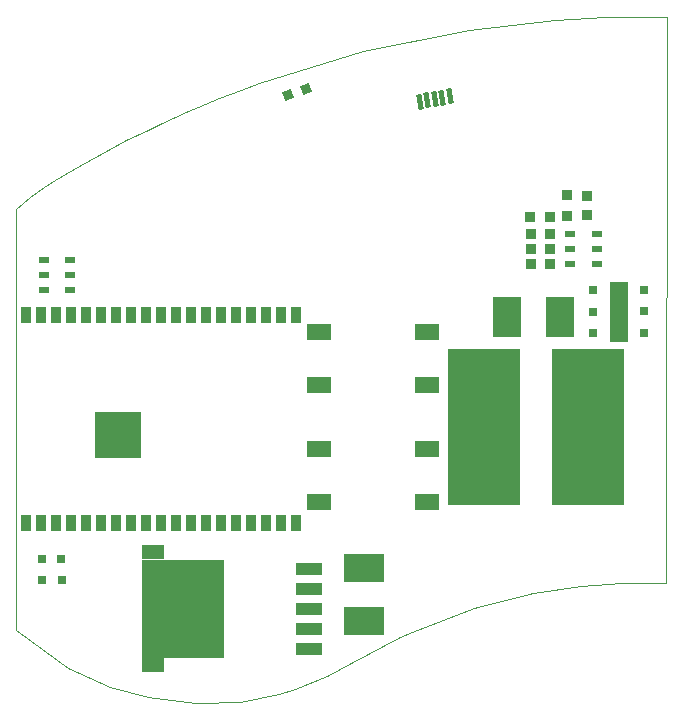
<source format=gtp>
G04 Layer_Color=8421504*
%FSAX44Y44*%
%MOMM*%
G71*
G01*
G75*
%ADD10R,0.9320X0.5220*%
%ADD11R,0.7500X0.8000*%
%ADD12R,1.6000X5.1000*%
%ADD13R,3.4500X2.4000*%
%ADD14R,2.4000X3.4500*%
%ADD15R,0.8500X0.8500*%
%ADD16R,0.8500X0.8500*%
%ADD17P,1.1314X4X335.0*%
%ADD18R,0.8000X0.8000*%
G04:AMPARAMS|DCode=19|XSize=0.45mm|YSize=1.3mm|CornerRadius=0mm|HoleSize=0mm|Usage=FLASHONLY|Rotation=10.000|XOffset=0mm|YOffset=0mm|HoleType=Round|Shape=Rectangle|*
%AMROTATEDRECTD19*
4,1,4,-0.1087,-0.6792,-0.3345,0.6011,0.1087,0.6792,0.3345,-0.6011,-0.1087,-0.6792,0.0*
%
%ADD19ROTATEDRECTD19*%

%ADD20R,6.1000X13.3000*%
%ADD21R,0.8500X0.9000*%
%ADD22R,0.9000X0.8500*%
%ADD23R,2.1000X1.4000*%
%ADD24R,4.0000X4.0000*%
%ADD25R,0.9300X1.4500*%
%ADD26R,2.1600X1.0700*%
%ADD27R,6.9900X8.3300*%
%ADD28R,1.9100X1.2350*%
%ADD36C,0.0100*%
G36*
X00465740Y00430308D02*
X00440430D01*
Y00455643D01*
X00465740D01*
Y00430308D01*
D02*
G37*
D10*
X00858330Y00613693D02*
D03*
Y00600893D02*
D03*
Y00588093D02*
D03*
X00836230D02*
D03*
Y00600893D02*
D03*
Y00613693D02*
D03*
X00412930Y00566193D02*
D03*
Y00578993D02*
D03*
Y00591793D02*
D03*
X00390830D02*
D03*
Y00578993D02*
D03*
Y00566193D02*
D03*
D11*
X00855330Y00566393D02*
D03*
X00898830D02*
D03*
X00855330Y00529393D02*
D03*
X00898830D02*
D03*
X00855330Y00547893D02*
D03*
X00898830Y00548393D02*
D03*
D12*
X00877080Y00547893D02*
D03*
D13*
X00661580Y00285593D02*
D03*
Y00330593D02*
D03*
D14*
X00827380Y00543593D02*
D03*
X00782380D02*
D03*
D15*
X00803230Y00600893D02*
D03*
X00818730D02*
D03*
X00803230Y00588093D02*
D03*
X00818730D02*
D03*
X00803230Y00613693D02*
D03*
X00818730D02*
D03*
D16*
X00849980Y00645443D02*
D03*
Y00629943D02*
D03*
D17*
X00597228Y00730871D02*
D03*
X00612733Y00736515D02*
D03*
D18*
X00388481Y00338693D02*
D03*
X00404981D02*
D03*
X00388997Y00320793D02*
D03*
X00405497D02*
D03*
D19*
X00708476Y00725507D02*
D03*
X00714877Y00726636D02*
D03*
X00721279Y00727764D02*
D03*
X00727680Y00728893D02*
D03*
X00734081Y00730022D02*
D03*
D20*
X00850977Y00449893D02*
D03*
X00762977D02*
D03*
D21*
X00819130Y00627793D02*
D03*
X00801630D02*
D03*
D22*
X00833480Y00646443D02*
D03*
Y00628943D02*
D03*
D23*
X00623680Y00431593D02*
D03*
X00714680D02*
D03*
X00623680Y00386593D02*
D03*
X00714680D02*
D03*
X00623680Y00530593D02*
D03*
X00714680D02*
D03*
X00623680Y00485593D02*
D03*
X00714680D02*
D03*
D24*
X00453080Y00442993D02*
D03*
D25*
X00375180Y00544893D02*
D03*
X00387880D02*
D03*
X00400580D02*
D03*
X00413280D02*
D03*
X00425980D02*
D03*
X00438680D02*
D03*
X00451380D02*
D03*
X00464080D02*
D03*
X00476780D02*
D03*
X00489480D02*
D03*
X00502180D02*
D03*
X00514880D02*
D03*
X00527580D02*
D03*
X00540280D02*
D03*
X00552980D02*
D03*
X00565680D02*
D03*
X00578380D02*
D03*
X00591080D02*
D03*
X00603780D02*
D03*
Y00368693D02*
D03*
X00591080D02*
D03*
X00578380D02*
D03*
X00565680D02*
D03*
X00552980D02*
D03*
X00540280D02*
D03*
X00527580D02*
D03*
X00514880D02*
D03*
X00502180D02*
D03*
X00489480D02*
D03*
X00476780D02*
D03*
X00464080D02*
D03*
X00451380D02*
D03*
X00438680D02*
D03*
X00425980D02*
D03*
X00413280D02*
D03*
X00400580D02*
D03*
X00387880D02*
D03*
X00375180D02*
D03*
D26*
X00614761Y00262093D02*
D03*
Y00279093D02*
D03*
Y00296093D02*
D03*
Y00313093D02*
D03*
Y00330093D02*
D03*
D27*
X00508011Y00296093D02*
D03*
D28*
X00482611Y00343918D02*
D03*
Y00248268D02*
D03*
D36*
X00367080Y00277893D02*
X00410830Y00245893D01*
X00446080Y00229893D01*
X00478330Y00221893D01*
X00519080Y00216643D01*
X00556330Y00217643D01*
X00589080Y00224393D01*
X00603330Y00228643D01*
X00629830Y00239643D01*
X00650830Y00250143D01*
X00691580Y00272393D01*
X00702080Y00276893D01*
X00754330Y00296893D01*
X00804830Y00309393D01*
X00844830Y00315393D01*
X00879080Y00317643D01*
X00916830Y00317893D01*
X00917580Y00797643D01*
X00865080D02*
X00917580D01*
X00822830Y00795143D02*
X00865080Y00797643D01*
X00750580Y00786393D02*
X00822830Y00795143D01*
X00660830Y00768643D02*
X00750580Y00786393D01*
X00572580Y00741393D02*
X00660830Y00768643D01*
X00557080Y00735643D02*
X00572580Y00741393D01*
X00538830Y00728643D02*
X00557080Y00735643D01*
X00520830Y00721143D02*
X00538830Y00728643D01*
X00512330Y00717393D02*
X00520830Y00721143D01*
X00488580Y00706893D02*
X00512330Y00717393D01*
X00478580Y00701893D02*
X00488580Y00706893D01*
X00460080Y00692893D02*
X00478580Y00701893D01*
X00436830Y00680643D02*
X00460080Y00692893D01*
X00420330Y00671393D02*
X00436830Y00680643D01*
X00404330Y00662143D02*
X00420330Y00671393D01*
X00400080Y00659393D02*
X00404330Y00662143D01*
X00390330Y00653143D02*
X00400080Y00659393D01*
X00379080Y00644893D02*
X00390330Y00653143D01*
X00367080Y00634643D02*
X00379080Y00644893D01*
X00367080Y00277893D02*
Y00634643D01*
M02*

</source>
